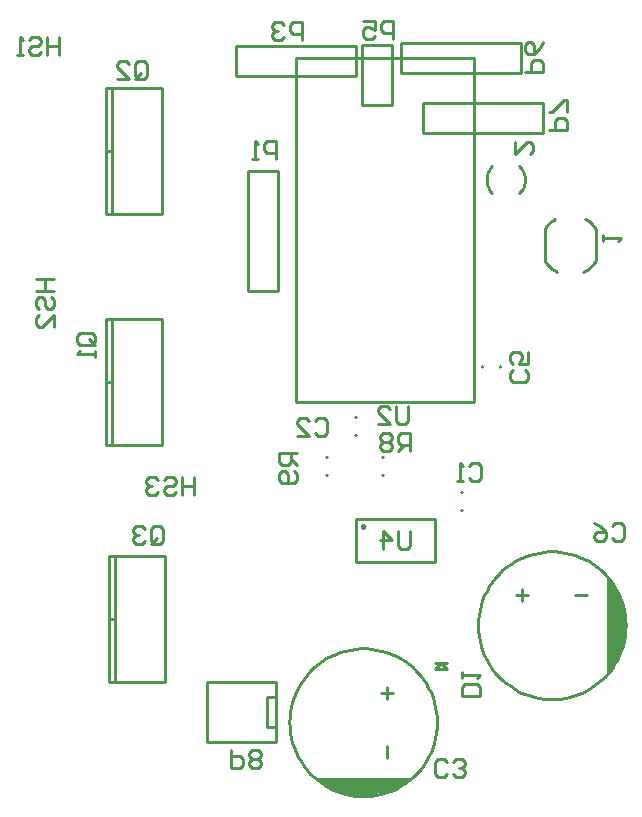
<source format=gbo>
%FSTAX24Y24*%
%MOIN*%
%SFA1B1*%

%IPPOS*%
%ADD41C,0.010000*%
%LNpcb-1*%
%LPD*%
G36*
X034092Y01886D02*
X03398D01*
X03379Y01867*
X0336*
X03348Y01855*
X03319*
X033095Y018455*
X032324*
X03224Y01854*
X03193*
X03179Y01868*
X0316*
X03144Y01884*
X031327*
X03113Y019037*
X03427*
X034092Y01886*
G37*
G36*
X04104Y025542D02*
Y02543D01*
X04123Y02524*
Y02505*
X04135Y02493*
Y02464*
X041444Y024545*
Y023774*
X04136Y02369*
Y02338*
X04122Y02324*
Y02305*
X04106Y02289*
Y022777*
X040862Y02258*
Y02572*
X04104Y025542*
G37*
G54D41*
X03274Y02745D02*
D01*
X032739Y027453*
X032739Y027456*
X032738Y02746*
X032738Y027463*
X032736Y027467*
X032735Y02747*
X032734Y027473*
X032732Y027476*
X03273Y027479*
X032728Y027482*
X032725Y027484*
X032723Y027487*
X03272Y027489*
X032717Y027491*
X032715Y027493*
X032711Y027494*
X032708Y027496*
X032705Y027497*
X032702Y027498*
X032698Y027499*
X032695Y027499*
X032691Y027499*
X032688*
X032684Y027499*
X032681Y027499*
X032677Y027498*
X032674Y027497*
X032671Y027496*
X032668Y027494*
X032665Y027493*
X032662Y027491*
X032659Y027489*
X032656Y027487*
X032654Y027484*
X032651Y027482*
X032649Y027479*
X032647Y027476*
X032645Y027473*
X032644Y02747*
X032643Y027467*
X032641Y027463*
X032641Y02746*
X03264Y027456*
X03264Y027453*
X03264Y02745*
X03264Y027446*
X03264Y027443*
X032641Y027439*
X032641Y027436*
X032643Y027432*
X032644Y027429*
X032645Y027426*
X032647Y027423*
X032649Y02742*
X032651Y027417*
X032654Y027415*
X032656Y027412*
X032659Y02741*
X032662Y027408*
X032665Y027406*
X032668Y027405*
X032671Y027403*
X032674Y027402*
X032677Y027401*
X032681Y0274*
X032684Y0274*
X032688Y0274*
X032691*
X032695Y0274*
X032698Y0274*
X032702Y027401*
X032705Y027402*
X032708Y027403*
X032711Y027405*
X032715Y027406*
X032717Y027408*
X03272Y02741*
X032723Y027412*
X032725Y027415*
X032728Y027417*
X03273Y02742*
X032732Y027423*
X032734Y027426*
X032735Y027429*
X032736Y027432*
X032738Y027436*
X032738Y027439*
X032739Y027443*
X032739Y027446*
X03274Y02745*
X040445Y037371D02*
D01*
X040406Y037429*
X040362Y037483*
X040314Y037535*
X040263Y037583*
X040209Y037628*
X040152Y037668*
X040097Y037702*
X039102D02*
D01*
X039043Y037666*
X038986Y037625*
X038932Y03758*
X038881Y037532*
X038834Y03748*
X038791Y037425*
X038754Y037371*
Y036289D02*
D01*
X038793Y036232*
X038837Y036177*
X038885Y036125*
X038936Y036077*
X03899Y036033*
X039047Y035992*
X039107Y035956*
X039169Y035923*
X039171Y035922*
X040028D02*
D01*
X040091Y035955*
X040151Y035991*
X040208Y036032*
X040262Y036076*
X040313Y036124*
X040361Y036175*
X040404Y03623*
X040444Y036288*
X040445Y036289*
X036997Y039452D02*
D01*
X036966Y03942*
X036938Y039385*
X036913Y039348*
X036889Y03931*
X036869Y03927*
X036852Y039229*
X036837Y039187*
X036826Y039144*
X036817Y0391*
X036812Y039055*
X036809Y039011*
X03681Y038966*
X036814Y038921*
X036821Y038877*
X036831Y038834*
X036844Y038791*
X03686Y038749*
X036879Y038709*
X036901Y03867*
X036925Y038632*
X036952Y038597*
X036981Y038563*
X036997Y038547*
X037902D02*
D01*
X037933Y038579*
X037961Y038614*
X037986Y038651*
X03801Y038689*
X03803Y038729*
X038047Y03877*
X038062Y038812*
X038073Y038855*
X038082Y038899*
X038087Y038944*
X03809Y038988*
X038089Y039033*
X038085Y039078*
X038078Y039122*
X038068Y039165*
X038055Y039208*
X038039Y03925*
X03802Y03929*
X037998Y039329*
X037974Y039367*
X037947Y039402*
X037918Y039436*
X037902Y039452*
X03516Y020915D02*
D01*
X035154Y021087*
X035136Y021258*
X035106Y021427*
X035065Y021593*
X035012Y021757*
X034947Y021916*
X034872Y02207*
X034786Y022219*
X03469Y022362*
X034584Y022497*
X03447Y022625*
X034346Y022744*
X034214Y022854*
X034075Y022955*
X03393Y023046*
X033778Y023127*
X033621Y023197*
X03346Y023255*
X033295Y023303*
X033127Y023338*
X032957Y023362*
X032785Y023374*
X032614*
X032442Y023362*
X032272Y023338*
X032104Y023303*
X031939Y023255*
X031778Y023197*
X031621Y023127*
X031469Y023046*
X031324Y022955*
X031185Y022854*
X031053Y022744*
X030929Y022625*
X030815Y022497*
X030709Y022362*
X030613Y022219*
X030527Y02207*
X030452Y021916*
X030387Y021757*
X030334Y021593*
X030293Y021427*
X030263Y021258*
X030245Y021087*
X030239Y020915*
X030245Y020744*
X030263Y020573*
X030293Y020404*
X030334Y020237*
X030387Y020074*
X030452Y019914*
X030527Y01976*
X030613Y019611*
X030709Y019469*
X030815Y019334*
X030929Y019206*
X031053Y019087*
X031185Y018976*
X031324Y018875*
X031469Y018784*
X031621Y018704*
X031778Y018634*
X031939Y018575*
X032104Y018528*
X032272Y018492*
X032442Y018468*
X032614Y018456*
X032785*
X032957Y018468*
X033127Y018492*
X033295Y018528*
X03346Y018575*
X033621Y018634*
X033778Y018704*
X03393Y018784*
X034075Y018875*
X034214Y018976*
X034346Y019087*
X03447Y019206*
X034584Y019334*
X03469Y019469*
X034786Y019611*
X034872Y01976*
X034947Y019914*
X035012Y020074*
X035065Y020237*
X035106Y020404*
X035136Y020573*
X035154Y020744*
X03516Y020915*
X041444Y02415D02*
D01*
X041438Y024321*
X04142Y024492*
X041391Y024661*
X041349Y024828*
X041296Y024991*
X041232Y02515*
X041156Y025305*
X04107Y025453*
X040974Y025596*
X040869Y025731*
X040754Y025859*
X04063Y025978*
X040499Y026089*
X04036Y026189*
X040214Y02628*
X040062Y026361*
X039906Y026431*
X039744Y02649*
X039579Y026537*
X039411Y026573*
X039241Y026597*
X03907Y026609*
X038898*
X038727Y026597*
X038556Y026573*
X038388Y026537*
X038223Y02649*
X038062Y026431*
X037905Y026361*
X037753Y02628*
X037608Y026189*
X037469Y026089*
X037337Y025978*
X037214Y025859*
X037099Y025731*
X036993Y025596*
X036897Y025453*
X036811Y025305*
X036736Y02515*
X036672Y024991*
X036618Y024828*
X036577Y024661*
X036547Y024492*
X036529Y024321*
X036523Y02415*
X036529Y023978*
X036547Y023807*
X036577Y023638*
X036618Y023471*
X036672Y023308*
X036736Y023149*
X036811Y022994*
X036897Y022846*
X036993Y022703*
X037099Y022568*
X037214Y02244*
X037337Y022321*
X037469Y02221*
X037608Y02211*
X037753Y022019*
X037905Y021938*
X038062Y021868*
X038223Y021809*
X038388Y021762*
X038556Y021726*
X038727Y021702*
X038898Y02169*
X03907*
X039241Y021702*
X039411Y021726*
X039579Y021762*
X039744Y021809*
X039906Y021868*
X040062Y021938*
X040214Y022019*
X04036Y02211*
X040499Y02221*
X04063Y022321*
X040754Y02244*
X040869Y022568*
X040974Y022703*
X04107Y022846*
X041156Y022994*
X041232Y023149*
X041296Y023308*
X041349Y023471*
X041391Y023638*
X04142Y023807*
X041438Y023978*
X041444Y02415*
X02948Y02175D02*
X02978D01*
X02948Y02075D02*
Y02175D01*
Y02075D02*
X02978D01*
Y02025D02*
Y02225D01*
X02748D02*
X02978D01*
X02748Y02025D02*
Y02225D01*
Y02025D02*
X02978D01*
X03665Y032746D02*
Y032786D01*
X03725Y032746D02*
Y032786D01*
X024227Y022243D02*
X026078D01*
X024227Y026456D02*
X026078D01*
Y022243D02*
Y026456D01*
X024227Y022243D02*
Y026456D01*
X024424Y022243D02*
Y026456D01*
X024227Y02435D02*
X024424D01*
X0387Y04055D02*
Y04155D01*
X0347D02*
X0387D01*
X0347Y04055D02*
X0387D01*
X0347D02*
Y04155D01*
X03508Y026253D02*
Y0277D01*
X03244Y026253D02*
Y0277D01*
X03508*
X03244Y026253D02*
X03508D01*
X0353Y0229D02*
X0355Y0227D01*
X0351D02*
X0355D01*
X0351D02*
X0353Y0229D01*
X0351D02*
X0355D01*
X024127Y037843D02*
X025978D01*
X024127Y042056D02*
X025978D01*
Y037843D02*
Y042056D01*
X024127Y037843D02*
Y042056D01*
X024324Y037843D02*
Y042056D01*
X024127Y03995D02*
X024324D01*
X024127Y030143D02*
X025978D01*
X024127Y034356D02*
X025978D01*
Y030143D02*
Y034356D01*
X024127Y030143D02*
Y034356D01*
X024324Y030143D02*
Y034356D01*
X024127Y03225D02*
X024324D01*
X040445Y036289D02*
Y037371D01*
X038754Y036289D02*
Y037371D01*
X03795Y04255D02*
Y04355D01*
X03395D02*
X03795D01*
X03395Y04255D02*
X03795D01*
X03395D02*
Y04355D01*
X0364Y0316D02*
Y04305D01*
X03045D02*
X0364D01*
X03045Y0316D02*
Y04305D01*
Y0316D02*
X0364D01*
X028857Y0353D02*
X029842D01*
Y0393*
X028857D02*
X029842D01*
X028857Y0353D02*
Y0393D01*
X03265Y0435D02*
X03365D01*
X03265Y0415D02*
Y0435D01*
Y0415D02*
X03365D01*
Y0435*
X033313Y02975D02*
X033353D01*
X033313Y02915D02*
X033353D01*
X031463Y02975D02*
X031503D01*
X031463Y02915D02*
X031503D01*
X035946Y0286D02*
X035986D01*
X035946Y028D02*
X035986D01*
X03113Y019037D02*
X03427D01*
X033303Y0219D02*
X033703D01*
X033503Y0217D02*
Y0221D01*
Y019731D02*
Y020131D01*
X039768Y02515D02*
X040168D01*
X0378D02*
X0382D01*
X038Y02495D02*
Y02535D01*
X040862Y02258D02*
Y02572D01*
X02845Y04245D02*
Y04345D01*
Y04245D02*
X03245D01*
X02845Y04345D02*
X03245D01*
Y04245D02*
Y04345D01*
X032413Y0305D02*
X032453D01*
X032413Y0311D02*
X032453D01*
X038099Y032649D02*
X038199Y032549D01*
Y032349*
X038099Y03225*
X037699*
X0376Y032349*
Y032549*
X037699Y032649*
X038199Y033249D02*
Y032849D01*
X037899*
X037999Y033049*
Y033149*
X037899Y033249*
X037699*
X0376Y033149*
Y032949*
X037699Y032849*
X02563Y026959D02*
Y027359D01*
X02573Y027459*
X02593*
X02603Y027359*
Y026959*
X02593Y02686*
X02573*
X02583Y027059D02*
X02563Y02686D01*
X02573D02*
X02563Y026959D01*
X02543Y027359D02*
X02533Y027459D01*
X02513*
X02503Y027359*
Y027259*
X02513Y027159*
X02523*
X02513*
X02503Y027059*
Y026959*
X02513Y02686*
X02533*
X02543Y026959*
X02706Y029089D02*
Y02849D01*
Y028789*
X02666*
Y029089*
Y02849*
X02606Y028989D02*
X02616Y029089D01*
X02636*
X02646Y028989*
Y028889*
X02636Y028789*
X02616*
X02606Y028689*
Y028589*
X02616Y02849*
X02636*
X02646Y028589*
X02586Y028989D02*
X02576Y029089D01*
X02556*
X02546Y028989*
Y028889*
X02556Y028789*
X02566*
X02556*
X02546Y028689*
Y028589*
X02556Y02849*
X02576*
X02586Y028589*
X0283Y02D02*
Y0194D01*
X028599*
X028699Y0195*
Y0197*
X028599Y0198*
X0283*
X028899Y0195D02*
X028999Y0194D01*
X029199*
X029299Y0195*
Y0196*
X029199Y0197*
X029299Y0198*
Y0199*
X029199Y02*
X028999*
X028899Y0199*
Y0198*
X028999Y0197*
X028899Y0196*
Y0195*
X028999Y0197D02*
X029199D01*
X03425Y027299D02*
Y026799D01*
X03415Y0267*
X03395*
X03385Y026799*
Y027299*
X03335Y0267D02*
Y027299D01*
X03365Y026999*
X03325*
X0342Y031449D02*
Y030949D01*
X0341Y03085*
X0339*
X0338Y030949*
Y031449*
X0332Y03085D02*
X0336D01*
X0332Y031249*
Y031349*
X0333Y031449*
X0335*
X0336Y031349*
X0305Y0299D02*
X0299D01*
Y0296*
X03Y0295*
X0302*
X0303Y0296*
Y0299*
Y0297D02*
X0305Y0295D01*
X0304Y0293D02*
X0305Y0292D01*
Y029*
X0304Y0289*
X03*
X0299Y029*
Y0292*
X03Y0293*
X0301*
X0302Y0292*
Y0289*
X03425Y02995D02*
Y030549D01*
X03395*
X03385Y030449*
Y030249*
X03395Y030149*
X03425*
X03405D02*
X03385Y02995D01*
X03365Y030449D02*
X03355Y030549D01*
X03335*
X03325Y030449*
Y030349*
X03335Y030249*
X03325Y030149*
Y030049*
X03335Y02995*
X03355*
X03365Y030049*
Y030149*
X03355Y030249*
X03365Y030349*
Y030449*
X03355Y030249D02*
X03335D01*
X0251Y042446D02*
Y042846D01*
X0252Y042945*
X0254*
X0255Y042846*
Y042446*
X0254Y042346*
X0252*
X0253Y042546D02*
X0251Y042346D01*
X0252D02*
X0251Y042446D01*
X0245Y042346D02*
X0249D01*
X0245Y042746*
Y042846*
X0246Y042945*
X0248*
X0249Y042846*
X02365Y0335D02*
X02325D01*
X02315Y0336*
Y0338*
X02325Y0339*
X02365*
X02375Y0338*
Y0336*
X02355Y0337D02*
X02375Y0335D01*
Y0336D02*
X02365Y0335D01*
X02375Y0333D02*
Y0331D01*
Y0332*
X02315*
X02325Y0333*
X0389Y04065D02*
X039499D01*
Y040949*
X039399Y041049*
X039199*
X039099Y040949*
Y04065*
X039499Y041249D02*
Y041649D01*
X039399*
X038999Y041249*
X0389*
X0381Y0426D02*
X038699D01*
Y042899*
X038599Y042999*
X038399*
X038299Y042899*
Y0426*
X038699Y043599D02*
X038599Y043399D01*
X038399Y043199*
X038199*
X0381Y043299*
Y043499*
X038199Y043599*
X038299*
X038399Y043499*
Y043199*
X0337Y0437D02*
Y044299D01*
X0334*
X0333Y044199*
Y043999*
X0334Y043899*
X0337*
X0327Y044299D02*
X0331D01*
Y043999*
X0329Y044099*
X0328*
X0327Y043999*
Y043799*
X0328Y0437*
X033*
X0331Y043799*
X03065Y04365D02*
Y044249D01*
X03035*
X03025Y044149*
Y043949*
X03035Y043849*
X03065*
X03005Y044149D02*
X02995Y044249D01*
X02975*
X02965Y044149*
Y044049*
X02975Y043949*
X02985*
X02975*
X02965Y043849*
Y043749*
X02975Y04365*
X02995*
X03005Y043749*
X02979Y0397D02*
Y040299D01*
X02949*
X02939Y040199*
Y039999*
X02949Y039899*
X02979*
X02919Y0397D02*
X02899D01*
X02909*
Y040299*
X02919Y040199*
X036599Y0218D02*
X036D01*
Y022099*
X036099Y022199*
X036499*
X036599Y022099*
Y0218*
X036Y022399D02*
Y022599D01*
Y022499*
X036599*
X036499Y022399*
X035499Y0192D02*
X035399Y0191D01*
X035199*
X0351Y0192*
Y0196*
X035199Y0197*
X035399*
X035499Y0196*
X035699Y0192D02*
X035799Y0191D01*
X035999*
X036099Y0192*
Y0193*
X035999Y0194*
X035899*
X035999*
X036099Y0195*
Y0196*
X035999Y0197*
X035799*
X035699Y0196*
X0311Y030949D02*
X0312Y031049D01*
X0314*
X0315Y030949*
Y030549*
X0314Y03045*
X0312*
X0311Y030549*
X0305Y03045D02*
X0309D01*
X0305Y030849*
Y030949*
X0306Y031049*
X0308*
X0309Y030949*
X03621Y029449D02*
X03631Y029549D01*
X03651*
X03661Y029449*
Y029049*
X03651Y02895*
X03631*
X03621Y029049*
X03601Y02895D02*
X03581D01*
X03591*
Y029549*
X03601Y029449*
X03775Y040249D02*
Y03985D01*
X038149Y040249*
X038249*
X038349Y040149*
Y039949*
X038249Y03985*
X0407Y03695D02*
Y037149D01*
Y037049*
X041299*
X041199Y03695*
X02255Y043749D02*
Y04315D01*
Y043449*
X02215*
Y043749*
Y04315*
X02155Y043649D02*
X02165Y043749D01*
X02185*
X02195Y043649*
Y043549*
X02185Y043449*
X02165*
X02155Y043349*
Y043249*
X02165Y04315*
X02185*
X02195Y043249*
X02135Y04315D02*
X02115D01*
X02125*
Y043749*
X02135Y043649*
X0218Y0357D02*
X0224D01*
X0221*
Y0353*
X0218*
X0224*
X0219Y0347D02*
X0218Y0348D01*
Y035*
X0219Y0351*
X022*
X0221Y035*
Y0348*
X0222Y0347*
X0223*
X0224Y0348*
Y035*
X0223Y0351*
X0224Y0341D02*
Y0345D01*
X022Y0341*
X0219*
X0218Y0342*
Y0344*
X0219Y0345*
X04099Y027459D02*
X04109Y027559D01*
X04129*
X04139Y027459*
Y027059*
X04129Y02696*
X04109*
X04099Y027059*
X04039Y027559D02*
X04059Y027459D01*
X04079Y027259*
Y027059*
X04069Y02696*
X04049*
X04039Y027059*
Y027159*
X04049Y027259*
X04079*
M02*
</source>
